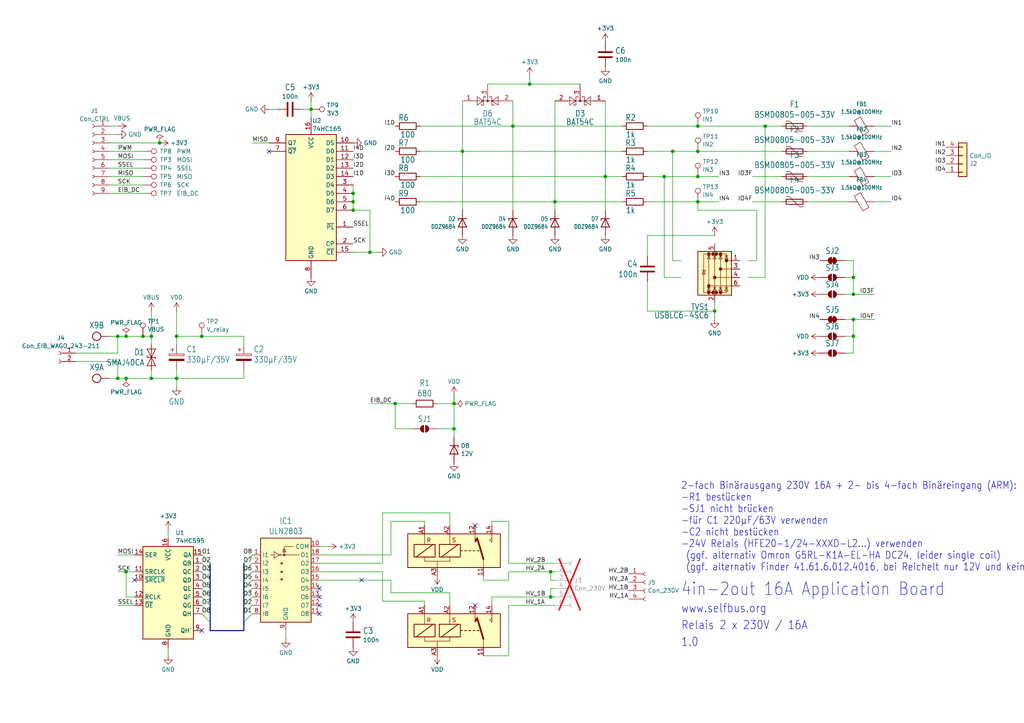
<source format=kicad_sch>
(kicad_sch (version 20231120) (generator "eeschema") (generator_version "8.0")
  (paper "User" 309.347 218.491)
  (junction (at 106.68 60.96))
  (junction (at 257.81 88.9))
  (junction (at 48.26 43.18))
  (junction (at 210.82 38.1))
  (junction (at 210.82 60.96))
  (junction (at 111.76 76.2))
  (junction (at 166.37 180.34))
  (junction (at 119.38 121.92))
  (junction (at 35.56 101.6))
  (junction (at 106.68 58.42))
  (junction (at 45.72 101.6))
  (junction (at 38.1 101.6))
  (junction (at 38.1 172.72))
  (junction (at 257.81 101.6))
  (junction (at 200.66 53.34))
  (junction (at 45.72 114.3))
  (junction (at 210.82 53.34))
  (junction (at 166.37 172.72))
  (junction (at 53.34 101.6))
  (junction (at 137.16 121.92))
  (junction (at 139.7 45.72))
  (junction (at 160.02 25.4))
  (junction (at 203.2 45.72))
  (junction (at 93.98 33.02))
  (junction (at 43.18 101.6))
  (junction (at 231.14 38.1))
  (junction (at 210.82 45.72))
  (junction (at 257.81 96.52))
  (junction (at 35.56 114.3))
  (junction (at 106.68 63.5))
  (junction (at 60.96 101.6))
  (junction (at 167.64 60.96))
  (junction (at 257.81 83.82))
  (junction (at 137.16 129.54))
  (junction (at 38.1 114.3))
  (junction (at 154.94 38.1))
  (junction (at 215.9 93.98))
  (junction (at 182.88 53.34))
  (junction (at 53.34 114.3))
  (no_connect (at 81.28 45.72))
  (no_connect (at 96.52 185.42))
  (no_connect (at 143.51 182.88))
  (no_connect (at 96.52 180.34))
  (no_connect (at 96.52 182.88))
  (no_connect (at 40.64 175.26))
  (no_connect (at 143.51 158.75))
  (no_connect (at 109.22 175.26))
  (no_connect (at 60.96 190.5))
  (no_connect (at 96.52 177.8))
  (bus_entry (at 73.66 175.26) (size 2.54 -2.54))
  (bus_entry (at 60.96 175.26) (size 2.54 2.54))
  (bus_entry (at 60.96 182.88) (size 2.54 2.54))
  (bus_entry (at 60.96 177.8) (size 2.54 2.54))
  (bus_entry (at 73.66 187.96) (size 2.54 -2.54))
  (bus_entry (at 73.66 185.42) (size 2.54 -2.54))
  (bus_entry (at 60.96 172.72) (size 2.54 2.54))
  (bus_entry (at 60.96 180.34) (size 2.54 2.54))
  (bus_entry (at 60.96 170.18) (size 2.54 2.54))
  (bus_entry (at 60.96 185.42) (size 2.54 2.54))
  (bus_entry (at 73.66 170.18) (size 2.54 -2.54))
  (bus_entry (at 73.66 182.88) (size 2.54 -2.54))
  (bus_entry (at 73.66 180.34) (size 2.54 -2.54))
  (bus_entry (at 60.96 167.64) (size 2.54 2.54))
  (bus_entry (at 73.66 172.72) (size 2.54 -2.54))
  (bus_entry (at 73.66 177.8) (size 2.54 -2.54))
  (wire (pts (xy 146.05 198.12) (xy 153.67 198.12)))
  (wire (pts (xy 167.64 30.48) (xy 167.64 60.96)) (stroke (width 0.1524)))
  (wire (pts (xy 257.81 78.74) (xy 257.81 83.82)))
  (wire (pts (xy 210.82 53.34) (xy 217.17 53.34)) (stroke (width 0.1524)))
  (wire (pts (xy 119.38 129.54) (xy 124.46 129.54)))
  (bus (pts (xy 73.66 185.42) (xy 73.66 182.88)))
  (wire (pts (xy 154.94 30.48) (xy 154.94 38.1)))
  (bus (pts (xy 63.5 175.26) (xy 63.5 177.8)))
  (wire (pts (xy 139.7 45.72) (xy 139.7 63.5)) (stroke (width 0.1524)))
  (wire (pts (xy 33.02 38.1) (xy 35.56 38.1)))
  (wire (pts (xy 33.02 53.34) (xy 43.18 53.34)))
  (wire (pts (xy 35.56 167.64) (xy 40.64 167.64)))
  (wire (pts (xy 166.37 172.72) (xy 166.37 175.26)))
  (wire (pts (xy 45.72 111.76) (xy 45.72 114.3)) (stroke (width 0.1524)))
  (wire (pts (xy 33.02 50.8) (xy 43.18 50.8)))
  (wire (pts (xy 160.02 25.4) (xy 147.32 25.4)) (stroke (width 0.1524)))
  (wire (pts (xy 243.84 60.96) (xy 256.54 60.96)) (stroke (width 0.1524)))
  (wire (pts (xy 182.88 53.34) (xy 127 53.34)) (stroke (width 0.1524)))
  (wire (pts (xy 53.34 101.6) (xy 60.96 101.6)) (stroke (width 0.1524)))
  (wire (pts (xy 154.94 38.1) (xy 187.96 38.1)) (stroke (width 0.1524)))
  (wire (pts (xy 257.81 88.9) (xy 264.16 88.9)))
  (wire (pts (xy 86.36 193.04) (xy 86.36 190.5)))
  (wire (pts (xy 269.24 60.96) (xy 264.16 60.96)) (stroke (width 0.1524)))
  (wire (pts (xy 255.27 78.74) (xy 257.81 78.74)))
  (wire (pts (xy 195.58 38.1) (xy 210.82 38.1)) (stroke (width 0.1524)))
  (wire (pts (xy 50.8 198.12) (xy 50.8 195.58)))
  (wire (pts (xy 148.59 158.75) (xy 148.59 157.48)))
  (bus (pts (xy 63.5 180.34) (xy 63.5 182.88)))
  (wire (pts (xy 243.84 45.72) (xy 256.54 45.72)) (stroke (width 0.1524)))
  (bus (pts (xy 73.66 187.96) (xy 73.66 190.5)))
  (wire (pts (xy 33.02 101.6) (xy 35.56 101.6)) (stroke (width 0.1524)))
  (wire (pts (xy 167.64 63.5) (xy 167.64 60.96)) (stroke (width 0.1524)))
  (wire (pts (xy 81.28 33.02) (xy 83.82 33.02)))
  (bus (pts (xy 63.5 187.96) (xy 63.5 190.5)))
  (wire (pts (xy 166.37 177.8) (xy 166.37 180.34)))
  (wire (pts (xy 106.68 63.5) (xy 111.76 63.5)))
  (wire (pts (xy 257.81 106.68) (xy 255.27 106.68)))
  (wire (pts (xy 45.72 114.3) (xy 53.34 114.3)) (stroke (width 0.1524)))
  (wire (pts (xy 146.05 175.26) (xy 146.05 173.99)))
  (wire (pts (xy 38.1 180.34) (xy 40.64 180.34)))
  (wire (pts (xy 35.56 109.22) (xy 35.56 114.3)))
  (wire (pts (xy 128.27 181.61) (xy 128.27 182.88)))
  (wire (pts (xy 153.67 172.72) (xy 153.67 175.26)))
  (wire (pts (xy 210.82 38.1) (xy 231.14 38.1)) (stroke (width 0.1524)))
  (wire (pts (xy 33.02 48.26) (xy 43.18 48.26)))
  (wire (pts (xy 60.96 101.6) (xy 73.66 101.6)) (stroke (width 0.1524)))
  (bus (pts (xy 63.5 177.8) (xy 63.5 180.34)))
  (bus (pts (xy 73.66 182.88) (xy 73.66 180.34)))
  (wire (pts (xy 154.94 38.1) (xy 154.94 63.5)))
  (wire (pts (xy 148.59 180.34) (xy 166.37 180.34)))
  (wire (pts (xy 53.34 101.6) (xy 53.34 104.14)) (stroke (width 0.1524)))
  (wire (pts (xy 195.58 60.96) (xy 210.82 60.96)) (stroke (width 0.1524)))
  (wire (pts (xy 137.16 129.54) (xy 137.16 132.08)) (stroke (width 0.1524)))
  (wire (pts (xy 115.57 172.72) (xy 115.57 181.61)))
  (wire (pts (xy 255.27 101.6) (xy 257.81 101.6)))
  (wire (pts (xy 257.81 83.82) (xy 257.81 88.9)))
  (wire (pts (xy 128.27 157.48) (xy 128.27 158.75)))
  (wire (pts (xy 135.89 179.07) (xy 118.11 179.07)))
  (wire (pts (xy 226.06 83.82) (xy 231.14 83.82)))
  (wire (pts (xy 135.89 158.75) (xy 135.89 154.94)))
  (wire (pts (xy 243.84 53.34) (xy 256.54 53.34)) (stroke (width 0.1524)))
  (wire (pts (xy 198.12 53.34) (xy 195.58 53.34)))
  (wire (pts (xy 195.58 71.12) (xy 195.58 77.47)))
  (bus (pts (xy 73.66 172.72) (xy 73.66 175.26)))
  (wire (pts (xy 148.59 157.48) (xy 153.67 157.48)))
  (wire (pts (xy 243.84 38.1) (xy 256.54 38.1)) (stroke (width 0.1524)))
  (wire (pts (xy 35.56 106.68) (xy 22.86 106.68)))
  (wire (pts (xy 215.9 96.52) (xy 215.9 93.98)))
  (wire (pts (xy 182.88 53.34) (xy 182.88 63.5)) (stroke (width 0.1524)))
  (wire (pts (xy 228.6 63.5) (xy 210.82 63.5)) (stroke (width 0.1524)))
  (wire (pts (xy 35.56 182.88) (xy 40.64 182.88)))
  (wire (pts (xy 175.26 25.4) (xy 160.02 25.4)) (stroke (width 0.1524)))
  (wire (pts (xy 139.7 45.72) (xy 187.96 45.72)) (stroke (width 0.1524)))
  (wire (pts (xy 38.1 114.3) (xy 45.72 114.3)) (stroke (width 0.1524)))
  (wire (pts (xy 114.3 76.2) (xy 111.76 76.2)))
  (wire (pts (xy 137.16 121.92) (xy 137.16 129.54)) (stroke (width 0.1524)))
  (wire (pts (xy 257.81 101.6) (xy 257.81 106.68)))
  (wire (pts (xy 166.37 172.72) (xy 167.64 172.72)))
  (wire (pts (xy 50.8 160.02) (xy 50.8 162.56)))
  (wire (pts (xy 200.66 83.82) (xy 205.74 83.82)) (stroke (width 0.1524)))
  (wire (pts (xy 22.86 109.22) (xy 35.56 109.22)))
  (wire (pts (xy 45.72 101.6) (xy 43.18 101.6)) (stroke (width 0.1524)))
  (wire (pts (xy 187.96 60.96) (xy 167.64 60.96)) (stroke (width 0.1524)))
  (wire (pts (xy 33.02 114.3) (xy 35.56 114.3)) (stroke (width 0.1524)))
  (wire (pts (xy 33.02 45.72) (xy 43.18 45.72)))
  (wire (pts (xy 166.37 175.26) (xy 167.64 175.26)))
  (wire (pts (xy 38.1 172.72) (xy 38.1 180.34)))
  (wire (pts (xy 200.66 53.34) (xy 210.82 53.34)) (stroke (width 0.1524)))
  (wire (pts (xy 167.64 177.8) (xy 166.37 177.8)))
  (wire (pts (xy 96.52 167.64) (xy 118.11 167.64)))
  (wire (pts (xy 200.66 53.34) (xy 200.66 83.82)) (stroke (width 0.1524)))
  (wire (pts (xy 135.89 182.88) (xy 135.89 179.07)))
  (wire (pts (xy 264.16 38.1) (xy 269.24 38.1)) (stroke (width 0.1524)))
  (wire (pts (xy 111.76 63.5) (xy 111.76 76.2)))
  (wire (pts (xy 93.98 30.48) (xy 93.98 33.02)))
  (wire (pts (xy 127 45.72) (xy 139.7 45.72)) (stroke (width 0.1524)))
  (wire (pts (xy 33.02 43.18) (xy 48.26 43.18)))
  (wire (pts (xy 91.44 33.02) (xy 93.98 33.02)))
  (wire (pts (xy 35.56 101.6) (xy 38.1 101.6)) (stroke (width 0.1524)))
  (wire (pts (xy 264.16 45.72) (xy 269.24 45.72)) (stroke (width 0.1524)))
  (wire (pts (xy 106.68 58.42) (xy 106.68 60.96)))
  (wire (pts (xy 115.57 170.18) (xy 96.52 170.18)))
  (wire (pts (xy 231.14 38.1) (xy 231.14 83.82)))
  (wire (pts (xy 210.82 63.5) (xy 210.82 60.96)) (stroke (width 0.1524)))
  (wire (pts (xy 257.81 96.52) (xy 257.81 101.6)))
  (wire (pts (xy 35.56 40.64) (xy 33.02 40.64)))
  (wire (pts (xy 203.2 45.72) (xy 203.2 78.74)) (stroke (width 0.1524)))
  (wire (pts (xy 264.16 96.52) (xy 257.81 96.52)))
  (wire (pts (xy 118.11 179.07) (xy 118.11 175.26)))
  (wire (pts (xy 53.34 111.76) (xy 53.34 114.3)) (stroke (width 0.1524)))
  (wire (pts (xy 210.82 45.72) (xy 236.22 45.72)) (stroke (width 0.1524)))
  (wire (pts (xy 76.2 43.18) (xy 81.28 43.18)))
  (wire (pts (xy 35.56 172.72) (xy 38.1 172.72)))
  (wire (pts (xy 73.66 114.3) (xy 73.66 111.76)) (stroke (width 0.1524)))
  (wire (pts (xy 127 60.96) (xy 167.64 60.96)) (stroke (width 0.1524)))
  (wire (pts (xy 115.57 181.61) (xy 128.27 181.61)))
  (bus (pts (xy 63.5 190.5) (xy 73.66 190.5)))
  (bus (pts (xy 63.5 185.42) (xy 63.5 187.96)))
  (wire (pts (xy 215.9 93.98) (xy 215.9 91.44)))
  (bus (pts (xy 73.66 175.26) (xy 73.66 177.8)))
  (wire (pts (xy 35.56 101.6) (xy 35.56 106.68)))
  (bus (pts (xy 63.5 170.18) (xy 63.5 172.72)))
  (wire (pts (xy 35.56 101.6) (xy 38.1 101.6)))
  (wire (pts (xy 227.33 60.96) (xy 236.22 60.96)))
  (wire (pts (xy 195.58 85.09) (xy 195.58 93.98)))
  (wire (pts (xy 73.66 101.6) (xy 73.66 104.14)) (stroke (width 0.1524)))
  (wire (pts (xy 195.58 45.72) (xy 203.2 45.72)) (stroke (width 0.1524)))
  (wire (pts (xy 40.64 172.72) (xy 38.1 172.72)))
  (wire (pts (xy 33.02 55.88) (xy 43.18 55.88)))
  (bus (pts (xy 73.66 170.18) (xy 73.66 172.72)))
  (wire (pts (xy 127 38.1) (xy 154.94 38.1)) (stroke (width 0.1524)))
  (wire (pts (xy 45.72 101.6) (xy 45.72 93.98)) (stroke (width 0.1524)))
  (wire (pts (xy 33.02 101.6) (xy 35.56 101.6)))
  (wire (pts (xy 146.05 175.26) (xy 153.67 175.26)))
  (wire (pts (xy 111.76 121.92) (xy 119.38 121.92)) (stroke (width 0.1524)))
  (wire (pts (xy 106.68 55.88) (xy 106.68 58.42)))
  (wire (pts (xy 255.27 83.82) (xy 257.81 83.82)))
  (wire (pts (xy 153.67 170.18) (xy 167.64 170.18)))
  (wire (pts (xy 45.72 104.14) (xy 45.72 101.6)) (stroke (width 0.1524)))
  (bus (pts (xy 73.66 177.8) (xy 73.66 180.34)))
  (wire (pts (xy 43.18 101.6) (xy 38.1 101.6)) (stroke (width 0.1524)))
  (wire (pts (xy 264.16 53.34) (xy 269.24 53.34)) (stroke (width 0.1524)))
  (wire (pts (xy 257.81 88.9) (xy 255.27 88.9)))
  (wire (pts (xy 96.52 175.26) (xy 118.11 175.26)))
  (wire (pts (xy 203.2 78.74) (xy 205.74 78.74)) (stroke (width 0.1524)))
  (wire (pts (xy 132.08 121.92) (xy 137.16 121.92)))
  (wire (pts (xy 128.27 157.48) (xy 118.11 157.48)))
  (wire (pts (xy 132.08 129.54) (xy 137.16 129.54)) (stroke (width 0.1524)))
  (wire (pts (xy 255.27 96.52) (xy 257.81 96.52)))
  (wire (pts (xy 153.67 157.48) (xy 153.67 170.18)))
  (wire (pts (xy 227.33 53.34) (xy 236.22 53.34)))
  (wire (pts (xy 166.37 180.34) (xy 167.64 180.34)))
  (wire (pts (xy 53.34 93.98) (xy 53.34 101.6)) (stroke (width 0.1524)))
  (wire (pts (xy 53.34 114.3) (xy 53.34 116.84)) (stroke (width 0.1524)))
  (wire (pts (xy 153.67 172.72) (xy 166.37 172.72)))
  (wire (pts (xy 148.59 180.34) (xy 148.59 182.88)))
  (wire (pts (xy 111.76 76.2) (xy 106.68 76.2)))
  (wire (pts (xy 53.34 114.3) (xy 73.66 114.3)) (stroke (width 0.1524)))
  (wire (pts (xy 153.67 182.88) (xy 153.67 198.12)))
  (wire (pts (xy 160.02 22.86) (xy 160.02 25.4)) (stroke (width 0.1524)))
  (wire (pts (xy 228.6 78.74) (xy 228.6 63.5)) (stroke (width 0.1524)))
  (wire (pts (xy 135.89 154.94) (xy 115.57 154.94)))
  (wire (pts (xy 182.88 30.48) (xy 182.88 53.34)) (stroke (width 0.1524)))
  (wire (pts (xy 119.38 121.92) (xy 119.38 129.54)) (stroke (width 0.1524)))
  (wire (pts (xy 187.96 53.34) (xy 182.88 53.34)) (stroke (width 0.1524)))
  (wire (pts (xy 119.38 121.92) (xy 124.46 121.92)))
  (wire (pts (xy 153.67 182.88) (xy 167.64 182.88)))
  (bus (pts (xy 63.5 172.72) (xy 63.5 175.26)))
  (wire (pts (xy 215.9 71.12) (xy 195.58 71.12)))
  (wire (pts (xy 35.56 114.3) (xy 38.1 114.3)) (stroke (width 0.1524)))
  (wire (pts (xy 139.7 30.48) (xy 139.7 45.72)) (stroke (width 0.1524)))
  (wire (pts (xy 231.14 38.1) (xy 236.22 38.1)) (stroke (width 0.1524)))
  (wire (pts (xy 96.52 172.72) (xy 115.57 172.72)))
  (wire (pts (xy 118.11 157.48) (xy 118.11 167.64)))
  (wire (pts (xy 115.57 154.94) (xy 115.57 170.18)))
  (wire (pts (xy 228.6 78.74) (xy 226.06 78.74)) (stroke (width 0.1524)))
  (wire (pts (xy 96.52 165.1) (xy 99.06 165.1)))
  (wire (pts (xy 210.82 60.96) (xy 217.17 60.96)) (stroke (width 0.1524)))
  (bus (pts (xy 73.66 187.96) (xy 73.66 185.42)))
  (wire (pts (xy 106.68 60.96) (xy 106.68 63.5)))
  (wire (pts (xy 93.98 33.02) (xy 93.98 35.56)))
  (wire (pts (xy 215.9 93.98) (xy 195.58 93.98)))
  (wire (pts (xy 198.12 53.34) (xy 200.66 53.34)) (stroke (width 0.1524)))
  (wire (pts (xy 137.16 119.38) (xy 137.16 121.92)))
  (wire (pts (xy 137.16 119.38) (xy 137.16 121.92)) (stroke (width 0.1524)))
  (bus (pts (xy 63.5 182.88) (xy 63.5 185.42)))
  (wire (pts (xy 33.02 58.42) (xy 43.18 58.42)))
  (wire (pts (xy 203.2 45.72) (xy 210.82 45.72)) (stroke (width 0.1524)))
  (text "www.selfbus.org" (at 205.74 185.42 0) (effects (font (size 2.54 2.159)) (justify left bottom)))
  (text "4in-2out 16A Application Board" (at 205.74 180.34 0) (effects (font (size 3.81 3.2385)) (justify left bottom)))
  (text "1.0" (at 205.74 195.58 0) (effects (font (size 2.54 2.159)) (justify left bottom)))
  (text "2-fach Binärausgang 230V 16A + 2- bis 4-fach Binäreingang (ARM):\n-R1 bestücken\n-SJ1 nicht brücken\n-für C1 220µF/63V verwenden\n-C2 nicht bestücken\n-24V Relais (HFE20-1/24-XXXD-L2...) verwenden\n (ggf. alternativ Omron G5RL-K1A-EL-HA DC24, leider single coil)\n (ggf. alternativ Finder 41.61.6.012.4016, bei Reichelt nur 12V und kein high inrush)" (at 205.74 172.72 0) (effects (font (size 2.1844 1.8567)) (justify left bottom)))
  (text "Relais 2 x 230V / 16A" (at 205.74 190.5 0) (effects (font (size 2.54 2.159)) (justify left bottom)))
  (label "HV_2B" (at 158.75 170.18 0))
  (label "O5" (at 60.96 177.8 0))
  (label "SCK" (at 35.56 172.72 0))
  (label "HV_2B" (at 189.865 173.355 180))
  (label "I2D" (at 119.38 45.72 180))
  (label "IN4" (at 217.17 60.96 0))
  (label "O8" (at 76.2 167.64 180))
  (label "O4" (at 60.96 175.26 0))
  (label "O7" (at 76.2 170.18 180))
  (label "IO4F" (at 264.16 96.52 180))
  (label "I1D" (at 119.38 38.1 180))
  (label "EIB_DC" (at 111.76 121.92 0) (effects (font (size 1.2446 1.2446))))
  (label "IO4" (at 269.24 60.96 0) (effects (font (size 1.2446 1.2446))))
  (label "O8" (at 60.96 185.42 0))
  (label "O7" (at 60.96 182.88 0))
  (label "IO3" (at 269.24 53.34 0) (effects (font (size 1.2446 1.2446))))
  (label "O6" (at 76.2 172.72 180))
  (label "MOSI" (at 35.56 48.26 0))
  (label "SSEL" (at 35.56 182.88 0))
  (label "IO3F" (at 264.16 88.9 180))
  (label "MOSI" (at 35.56 167.64 0))
  (label "HV_2A" (at 158.75 172.72 0))
  (label "SSEL" (at 35.56 50.8 0))
  (label "SSEL" (at 106.68 68.58 0))
  (label "IN3" (at 217.17 53.34 0))
  (label "O1" (at 76.2 185.42 180))
  (label "O2" (at 76.2 182.88 180))
  (label "I3D" (at 106.68 48.26 0))
  (label "I4D" (at 106.68 45.72 0))
  (label "SCK" (at 106.68 73.66 0))
  (label "O2" (at 60.96 170.18 0))
  (label "MISO" (at 76.2 43.18 0))
  (label "IN4" (at 247.65 96.52 180) (effects (font (size 1.2446 1.2446))))
  (label "IN2" (at 285.75 46.99 180) (effects (font (size 1.2446 1.2446))))
  (label "O4" (at 76.2 177.8 180))
  (label "IO3F" (at 227.33 53.34 180))
  (label "HV_1A" (at 189.865 180.975 180))
  (label "O3" (at 76.2 180.34 180))
  (label "I4D" (at 119.38 60.96 180))
  (label "MISO" (at 35.56 53.34 0))
  (label "HV_1B" (at 158.75 180.34 0))
  (label "O6" (at 60.96 180.34 0))
  (label "IN2" (at 269.24 45.72 0) (effects (font (size 1.2446 1.2446))))
  (label "IN3" (at 247.65 78.74 180) (effects (font (size 1.2446 1.2446))))
  (label "O5" (at 76.2 175.26 180))
  (label "IO3" (at 285.75 49.53 180) (effects (font (size 1.2446 1.2446))))
  (label "HV_1A" (at 158.75 182.88 0))
  (label "HV_1B" (at 189.865 178.435 180))
  (label "HV_2A" (at 189.865 175.895 180))
  (label "O3" (at 60.96 172.72 0))
  (label "IN1" (at 285.75 44.45 180) (effects (font (size 1.2446 1.2446))))
  (label "IO4" (at 285.75 52.07 180) (effects (font (size 1.2446 1.2446))))
  (label "I1D" (at 106.68 53.34 0))
  (label "I3D" (at 119.38 53.34 180))
  (label "PWM" (at 35.56 45.72 0))
  (label "IN1" (at 269.24 38.1 0) (effects (font (size 1.2446 1.2446))))
  (label "EIB_DC" (at 35.56 58.42 0))
  (label "SCK" (at 35.56 55.88 0))
  (label "O1" (at 60.96 167.64 0))
  (label "IO4F" (at 227.33 60.96 180))
  (label "I2D" (at 106.68 50.8 0))
  (symbol (lib_id "Jumper:SolderJumper_2_Bridged") (at 251.46 96.52 0) (unit 1)
    (property "Reference" "SJ5" (at 251.46 93.5608 0) (effects (font (size 1.778 1.5113))))
    (property "Value" "IN4_INPUT" (effects (hide yes)))
    (property "Footprint" "Jumper:SolderJumper-2_P1.3mm_Open_Pad1.0x1.5mm" (effects (hide yes)))
    (property "Description" "Solder Jumper, 2-pole, closed/bridged" (effects (hide yes)))
  )
  (symbol (lib_id "Connector:TestPoint") (at 43.18 53.34 270) (unit 1)
    (property "Reference" "TP5" (at 48.26 53.34 90) (effects (justify left)))
    (property "Value" "MISO" (at 53.34 53.34 90) (effects (justify left)))
    (property "Footprint" "TestPoint:TestPoint_Pad_D1.5mm" (effects (hide yes)))
    (property "Description" "test point" (effects (hide yes)))
  )
  (symbol (lib_id "power:PWR_FLAG") (at 38.1 114.3 180) (unit 1)
    (property "Reference" "#FLG03" (effects (hide yes)))
    (property "Value" "PWR_FLAG" (at 38.1 118.4331 0))
    (property "Description" "Special symbol for telling ERC where power comes from" (effects (hide yes)))
  )
  (symbol (lib_id "Device:R") (at 191.77 60.96 270) (mirror x) (unit 1)
    (property "Reference" "R5" (at 190.5 58.42 90) (effects (font (size 1.778 1.5113))))
    (property "Value" "1k" (at 190.5 63.5 90) (effects (font (size 1.778 1.5113))))
    (property "Footprint" "Resistor_SMD:R_0805_2012Metric" (effects (hide yes)))
    (property "Description" "Resistor" (effects (hide yes)))
  )
  (symbol (lib_id "power:+3V3") (at 48.26 43.18 270) (unit 1)
    (property "Reference" "#PWR08" (effects (hide yes)))
    (property "Value" "+3V3" (at 51.435 43.18 90) (effects (justify left)))
    (property "Description" "Power symbol creates a global label with name \"+3V3\"" (effects (hide yes)))
  )
  (symbol (lib_id "Device:D_Zener") (at 182.88 67.31 90) (mirror x) (unit 1)
    (property "Reference" "D7" (at 180.848 66.1397 90) (effects (font (size 1.27 1.0795)) (justify left)))
    (property "Value" "DDZ9684" (at 180.848 68.4802 90) (effects (font (size 1.27 1.0795)) (justify left)))
    (property "Footprint" "Diode_SMD:D_SOD-123" (effects (hide yes)))
    (property "Description" "Zener diode" (effects (hide yes)))
  )
  (symbol (lib_id "power:+3V3") (at 106.68 187.96 0) (unit 1)
    (property "Reference" "#PWR011" (effects (hide yes)))
    (property "Value" "+3V3" (at 106.68 183.8269 0))
    (property "Description" "Power symbol creates a global label with name \"+3V3\"" (effects (hide yes)))
  )
  (symbol (lib_id "power:GND") (at 139.7 71.12 0) (mirror y) (unit 1)
    (property "Reference" "#PWR016" (effects (hide yes)))
    (property "Value" "GND" (at 139.7 75.2531 0))
    (property "Description" "Power symbol creates a global label with name \"GND\" , ground" (effects (hide yes)))
  )
  (symbol (lib_id "power:GND") (at 114.3 76.2 90) (unit 1)
    (property "Reference" "#PWR020" (effects (hide yes)))
    (property "Value" "GND" (at 117.475 76.2 90) (effects (justify right)))
    (property "Description" "Power symbol creates a global label with name \"GND\" , ground" (effects (hide yes)))
  )
  (symbol (lib_id "Connector:TestPoint") (at 210.82 45.72 0) (unit 1)
    (property "Reference" "TP11" (at 212.217 41.2059 0) (effects (justify left)))
    (property "Value" "IN2" (at 212.217 43.6301 0) (effects (justify left)))
    (property "Footprint" "TestPoint:TestPoint_Pad_D1.0mm" (effects (hide yes)))
    (property "Description" "test point" (effects (hide yes)))
  )
  (symbol (lib_id "power:+3V3") (at 99.06 165.1 270) (unit 1)
    (property "Reference" "#PWR02" (effects (hide yes)))
    (property "Value" "+3V3" (at 102.235 165.1 90) (effects (justify left)))
    (property "Description" "Power symbol creates a global label with name \"+3V3\"" (effects (hide yes)))
  )
  (symbol (lib_id "Device:R") (at 128.27 121.92 90) (unit 1)
    (property "Reference" "R1" (at 128.27 115.7094 90) (effects (font (size 1.778 1.5113))))
    (property "Value" "680" (at 128.27 118.8338 90) (effects (font (size 1.778 1.5113))))
    (property "Footprint" "Resistor_SMD:R_1206_3216Metric" (effects (hide yes)))
    (property "Description" "Resistor" (effects (hide yes)))
  )
  (symbol (lib_id "power:GND") (at 81.28 33.02 270) (unit 1)
    (property "Reference" "#PWR022" (effects (hide yes)))
    (property "Value" "GND" (at 78.1051 33.02 90) (effects (justify right)))
    (property "Description" "Power symbol creates a global label with name \"GND\" , ground" (effects (hide yes)))
  )
  (symbol (lib_id "power:GND") (at 50.8 198.12 0) (unit 1)
    (property "Reference" "#PWR01" (effects (hide yes)))
    (property "Value" "GND" (at 50.8 202.2531 0))
    (property "Description" "Power symbol creates a global label with name \"GND\" , ground" (effects (hide yes)))
  )
  (symbol (lib_id "power:PWR_FLAG") (at 137.16 121.92 270) (unit 1)
    (property "Reference" "#FLG04" (effects (hide yes)))
    (property "Value" "PWR_FLAG" (at 140.335 121.92 90) (effects (justify left)))
    (property "Description" "Special symbol for telling ERC where power comes from" (effects (hide yes)))
  )
  (symbol (lib_id "power:VDD") (at 137.16 119.38 0) (unit 1)
    (property "Reference" "#PWR010" (effects (hide yes)))
    (property "Value" "VDD" (at 137.16 115.2469 0))
    (property "Description" "Power symbol creates a global label with name \"VDD\"" (effects (hide yes)))
  )
  (symbol (lib_id "power:+3V3") (at 93.98 30.48 0) (unit 1)
    (property "Reference" "#PWR021" (effects (hide yes)))
    (property "Value" "+3V3" (at 93.98 26.3469 0))
    (property "Description" "Power symbol creates a global label with name \"+3V3\"" (effects (hide yes)))
  )
  (symbol (lib_id "Connector:TestPoint") (at 210.82 38.1 0) (unit 1)
    (property "Reference" "TP10" (at 212.217 33.5859 0) (effects (justify left)))
    (property "Value" "IN1" (at 212.217 36.0101 0) (effects (justify left)))
    (property "Footprint" "TestPoint:TestPoint_Pad_D1.0mm" (effects (hide yes)))
    (property "Description" "test point" (effects (hide yes)))
  )
  (symbol (lib_id "Device:D_Zener") (at 137.16 135.89 270) (unit 1)
    (property "Reference" "D8" (at 139.192 134.6779 90) (effects (justify left)))
    (property "Value" "12V" (at 139.192 137.1021 90) (effects (justify left)))
    (property "Footprint" "Diode_SMD:D_MiniMELF" (effects (hide yes)))
    (property "Description" "Zener diode" (effects (hide yes)))
  )
  (symbol (lib_id "Device:R") (at 123.19 60.96 90) (mirror x) (unit 1)
    (property "Reference" "R9" (at 121.92 58.42 90) (effects (font (size 1.778 1.5113))))
    (property "Value" "100" (at 123.19 63.5 90) (effects (font (size 1.778 1.5113))))
    (property "Footprint" "Resistor_SMD:R_0805_2012Metric" (effects (hide yes)))
    (property "Description" "Resistor" (effects (hide yes)))
  )
  (symbol (lib_id "Connector:TestPoint") (at 43.18 55.88 270) (unit 1)
    (property "Reference" "TP6" (at 48.26 55.88 90) (effects (justify left)))
    (property "Value" "SCK" (at 53.34 55.88 90) (effects (justify left)))
    (property "Footprint" "TestPoint:TestPoint_Pad_D1.5mm" (effects (hide yes)))
    (property "Description" "test point" (effects (hide yes)))
  )
  (symbol (lib_id "Device:Polyfuse") (at 240.03 53.34 90) (mirror x) (unit 1)
    (property "Reference" "F3" (at 240.03 46.7484 90) (effects (font (size 1.778 1.5113))))
    (property "Value" "BSMD0805-005-33V" (at 240.03 49.8728 90) (effects (font (size 1.778 1.5113))))
    (property "Footprint" "Fuse:Fuse_0805_2012Metric" (effects (hide yes)))
    (property "Description" "Resettable fuse, polymeric positive temperature coefficient" (effects (hide yes)))
  )
  (symbol (lib_id "Device:R") (at 123.19 38.1 270) (mirror x) (unit 1)
    (property "Reference" "R6" (at 121.92 35.56 90) (effects (font (size 1.778 1.5113))))
    (property "Value" "100" (at 123.19 40.64 90) (effects (font (size 1.778 1.5113))))
    (property "Footprint" "Resistor_SMD:R_0805_2012Metric" (effects (hide yes)))
    (property "Description" "Resistor" (effects (hide yes)))
  )
  (symbol (lib_id "Device:Polyfuse") (at 240.03 38.1 90) (mirror x) (unit 1)
    (property "Reference" "F1" (at 240.03 31.5084 90) (effects (font (size 1.778 1.5113))))
    (property "Value" "BSMD0805-005-33V" (at 240.03 34.6328 90) (effects (font (size 1.778 1.5113))))
    (property "Footprint" "Fuse:Fuse_0805_2012Metric" (effects (hide yes)))
    (property "Description" "Resettable fuse, polymeric positive temperature coefficient" (effects (hide yes)))
  )
  (symbol (lib_id "Diode:BAT54C") (at 147.32 30.48 0) (mirror x) (unit 1)
    (property "Reference" "D6" (at 147.32 34.29 0) (effects (font (size 1.778 1.5113))))
    (property "Value" "BAT54C" (at 147.32 36.83 0) (effects (font (size 1.778 1.5113))))
    (property "Footprint" "Package_TO_SOT_SMD:SOT-23" (effects (hide yes)))
    (property "Datasheet" "http://www.diodes.com/_files/datasheets/ds11005.pdf" (effects (hide yes)))
    (property "Description" "dual schottky barrier diode, common cathode" (effects (hide yes)))
  )
  (symbol (lib_id "Device:D_Zener") (at 139.7 67.31 90) (mirror x) (unit 1)
    (property "Reference" "D2" (at 137.668 66.1397 90) (effects (font (size 1.27 1.0795)) (justify left)))
    (property "Value" "DDZ9684" (at 137.668 68.4802 90) (effects (font (size 1.27 1.0795)) (justify left)))
    (property "Footprint" "Diode_SMD:D_SOD-123" (effects (hide yes)))
    (property "Description" "Zener diode" (effects (hide yes)))
  )
  (symbol (lib_id "74xx:74HC165") (at 93.98 58.42 0) (mirror y) (unit 1)
    (property "Reference" "U2" (at 94.3259 36.4957 0) (effects (justify right)))
    (property "Value" "74HC165" (at 94.3259 38.9199 0) (effects (justify right)))
    (property "Footprint" "Package_SO:SO-16_3.9x9.9mm_P1.27mm" (effects (hide yes)))
    (property "Datasheet" "https://assets.nexperia.com/documents/data-sheet/74HC_HCT165.pdf" (effects (hide yes)))
    (property "Description" "Shift Register, 8-bit, Parallel Load" (effects (hide yes)))
  )
  (symbol (lib_id "Device:C") (at 195.58 81.28 0) (mirror x) (unit 1)
    (property "Reference" "C4" (at 192.659 79.7178 0) (effects (font (size 1.778 1.5113)) (justify right)))
    (property "Value" "100n" (at 192.659 82.8422 0) (effects (font (size 1.778 1.5113)) (justify right)))
    (property "Footprint" "Capacitor_SMD:C_0805_2012Metric" (effects (hide yes)))
    (property "Description" "Unpolarized capacitor" (effects (hide yes)))
  )
  (symbol (lib_id "Device:FerriteBead") (at 260.35 53.34 90) (mirror x) (unit 1)
    (property "Reference" "FB3" (at 260.2992 46.6796 90) (effects (font (size 1.27 1.0795))))
    (property "Value" "1.5kΩ@100MHz" (at 260.2992 49.0201 90) (effects (font (size 1.27 1.0795))))
    (property "Footprint" "Inductor_SMD:L_0805_2012Metric" (effects (hide yes)))
    (property "Description" "Ferrite bead" (effects (hide yes)))
  )
  (symbol (lib_id "power:GND") (at 215.9 96.52 0) (mirror y) (unit 1)
    (property "Reference" "#PWR012" (effects (hide yes)))
    (property "Value" "GND" (at 215.9 100.6531 0))
    (property "Description" "Power symbol creates a global label with name \"GND\" , ground" (effects (hide yes)))
  )
  (symbol (lib_id "power:+3V3") (at 247.65 88.9 90) (unit 1)
    (property "Reference" "#PWR026" (effects (hide yes)))
    (property "Value" "+3V3" (at 244.475 88.9 90) (effects (justify left)))
    (property "Description" "Power symbol creates a global label with name \"+3V3\"" (effects (hide yes)))
  )
  (symbol (lib_id "power:GND") (at 182.88 71.12 0) (mirror y) (unit 1)
    (property "Reference" "#PWR013" (effects (hide yes)))
    (property "Value" "GND" (at 182.88 75.2531 0))
    (property "Description" "Power symbol creates a global label with name \"GND\" , ground" (effects (hide yes)))
  )
  (symbol (lib_id "Transistor_Array:ULN2803A") (at 86.36 172.72 0) (unit 1)
    (property "Reference" "IC1" (at 86.36 157.3654 0) (effects (font (size 1.778 1.5113))))
    (property "Value" "ULN2803" (at 86.36 160.4898 0) (effects (font (size 1.778 1.5113))))
    (property "Footprint" "Package_SO:SOIC-18W_7.5x11.6mm_P1.27mm" (effects (hide yes)))
    (property "Datasheet" "http://www.ti.com/lit/ds/symlink/uln2803a.pdf" (effects (hide yes)))
    (property "Description" "Darlington Transistor Arrays, SOIC18/DIP18" (effects (hide yes)))
  )
  (symbol (lib_id "Device:FerriteBead") (at 260.35 45.72 90) (mirror x) (unit 1)
    (property "Reference" "FB2" (at 260.2992 39.0596 90) (effects (font (size 1.27 1.0795))))
    (property "Value" "1.5kΩ@100MHz" (at 260.2992 41.4001 90) (effects (font (size 1.27 1.0795))))
    (property "Footprint" "Inductor_SMD:L_0805_2012Metric" (effects (hide yes)))
    (property "Description" "Ferrite bead" (effects (hide yes)))
  )
  (symbol (lib_id "Jumper:SolderJumper_2_Open") (at 251.46 83.82 0) (unit 1)
    (property "Reference" "SJ3" (at 251.46 80.8608 0) (effects (font (size 1.778 1.5113))))
    (property "Value" "IN3_VDD" (effects (hide yes)))
    (property "Footprint" "Jumper:SolderJumper-2_P1.3mm_Open_Pad1.0x1.5mm" (effects (hide yes)))
    (property "Description" "Solder Jumper, 2-pole, open" (effects (hide yes)))
  )
  (symbol (lib_id "Connector:TestPoint") (at 43.18 50.8 270) (unit 1)
    (property "Reference" "TP4" (at 48.26 50.8 90) (effects (justify left)))
    (property "Value" "SSEL" (at 53.34 50.8 90) (effects (justify left)))
    (property "Footprint" "TestPoint:TestPoint_Pad_D1.5mm" (effects (hide yes)))
    (property "Description" "test point" (effects (hide yes)))
  )
  (symbol (lib_id "power:+3V3") (at 247.65 106.68 90) (unit 1)
    (property "Reference" "#PWR028" (effects (hide yes)))
    (property "Value" "+3V3" (at 244.475 106.68 90) (effects (justify left)))
    (property "Description" "Power symbol creates a global label with name \"+3V3\"" (effects (hide yes)))
  )
  (symbol (lib_id "Power_Protection:USBLC6-4SC6") (at 215.9 81.28 0) (mirror y) (unit 1)
    (property "Reference" "TVS1" (at 214.2489 92.71 0) (effects (font (size 1.778 1.5113)) (justify left)))
    (property "Value" "USBLC6-4SC6" (at 214.2489 95.25 0) (effects (font (size 1.778 1.5113)) (justify left)))
    (property "Footprint" "Package_TO_SOT_SMD:SOT-23-6" (effects (hide yes)))
    (property "Datasheet" "https://www.st.com/resource/en/datasheet/usblc6-4.pdf" (effects (hide yes)))
    (property "Description" "Very low capacitance ESD protection diode, 4 data-line, SOT-23-6" (effects (hide yes)))
  )
  (symbol (lib_id "selfbus:W237-102") (at 27.94 101.6 0) (unit 2)
    (property "Reference" "X9" (at 29.21 98.2598 0) (effects (font (size 1.778 1.5113))))
    (property "Value" "W237-102" (effects (hide yes)))
    (property "Footprint" "selfbus:W237-102" (effects (hide yes)))
  )
  (symbol (lib_id "selfbus:W237-102") (at 27.94 114.3 0) (unit 1)
    (property "Reference" "X9" (at 29.21 110.9598 0) (effects (font (size 1.778 1.5113))))
    (property "Value" "W237-102" (effects (hide yes)))
    (property "Footprint" "selfbus:W237-102" (effects (hide yes)))
  )
  (symbol (lib_id "Device:C_Polarized") (at 73.66 107.95 0) (unit 1)
    (property "Reference" "C2" (at 76.581 105.4988 0) (effects (font (size 1.778 1.5113)) (justify left)))
    (property "Value" "330µF/35V" (at 76.581 108.6232 0) (effects (font (size 1.778 1.5113)) (justify left)))
    (property "Footprint" "Capacitor_THT:CP_Radial_D8.0mm_P3.50mm" (effects (hide yes)))
    (property "Description" "Polarized capacitor" (effects (hide yes)))
  )
  (symbol (lib_id "power:PWR_FLAG") (at 48.26 43.18 0) (unit 1)
    (property "Reference" "#FLG02" (effects (hide yes)))
    (property "Value" "PWR_FLAG" (at 48.26 39.0469 0))
    (property "Description" "Special symbol for telling ERC where power comes from" (effects (hide yes)))
  )
  (symbol (lib_id "Device:FerriteBead") (at 260.35 38.1 90) (mirror x) (unit 1)
    (property "Reference" "FB1" (at 260.2992 31.4396 90) (effects (font (size 1.27 1.0795))))
    (property "Value" "1.5kΩ@100MHz" (at 260.2992 33.7801 90) (effects (font (size 1.27 1.0795))))
    (property "Footprint" "Inductor_SMD:L_0805_2012Metric" (effects (hide yes)))
    (property "Description" "Ferrite bead" (effects (hide yes)))
  )
  (symbol (lib_id "Jumper:SolderJumper_2_Open") (at 251.46 88.9 0) (unit 1)
    (property "Reference" "SJ4" (at 251.46 85.9408 0) (effects (font (size 1.778 1.5113))))
    (property "Value" "IN3_3V3" (effects (hide yes)))
    (property "Footprint" "Jumper:SolderJumper-2_P1.3mm_Open_Pad1.0x1.5mm" (effects (hide yes)))
    (property "Description" "Solder Jumper, 2-pole, open" (effects (hide yes)))
  )
  (symbol (lib_id "Device:R") (at 123.19 53.34 270) (mirror x) (unit 1)
    (property "Reference" "R8" (at 121.92 50.8 90) (effects (font (size 1.778 1.5113))))
    (property "Value" "100" (at 123.19 55.88 90) (effects (font (size 1.778 1.5113))))
    (property "Footprint" "Resistor_SMD:R_0805_2012Metric" (effects (hide yes)))
    (property "Description" "Resistor" (effects (hide yes)))
  )
  (symbol (lib_id "power:+3V3") (at 215.9 71.12 0) (mirror y) (unit 1)
    (property "Reference" "#PWR018" (effects (hide yes)))
    (property "Value" "+3V3" (at 215.9 66.9869 0))
    (property "Description" "Power symbol creates a global label with name \"+3V3\"" (effects (hide yes)))
  )
  (symbol (lib_id "Device:R") (at 123.19 45.72 270) (mirror x) (unit 1)
    (property "Reference" "R7" (at 121.92 43.18 90) (effects (font (size 1.778 1.5113))))
    (property "Value" "100" (at 123.19 48.26 90) (effects (font (size 1.778 1.5113))))
    (property "Footprint" "Resistor_SMD:R_0805_2012Metric" (effects (hide yes)))
    (property "Description" "Resistor" (effects (hide yes)))
  )
  (symbol (lib_id "Jumper:SolderJumper_2_Bridged") (at 251.46 78.74 0) (unit 1)
    (property "Reference" "SJ2" (at 251.46 75.7808 0) (effects (font (size 1.778 1.5113))))
    (property "Value" "IN3_INPUT" (effects (hide yes)))
    (property "Footprint" "Jumper:SolderJumper-2_P1.3mm_Open_Pad1.0x1.5mm" (effects (hide yes)))
    (property "Description" "Solder Jumper, 2-pole, closed/bridged" (effects (hide yes)))
  )
  (symbol (lib_id "power:GND") (at 167.64 71.12 0) (mirror y) (unit 1)
    (property "Reference" "#PWR014" (effects (hide yes)))
    (property "Value" "GND" (at 167.64 75.2531 0))
    (property "Description" "Power symbol creates a global label with name \"GND\" , ground" (effects (hide yes)))
  )
  (symbol (lib_id "power:PWR_FLAG") (at 38.1 101.6 0) (unit 1)
    (property "Reference" "#FLG01" (effects (hide yes)))
    (property "Value" "PWR_FLAG" (at 38.1 97.4669 0))
    (property "Description" "Special symbol for telling ERC where power comes from" (effects (hide yes)))
  )
  (symbol (lib_id "Connector:Conn_01x04_Socket") (at 194.945 175.895 0) (unit 1)
    (property "Reference" "J5" (at 195.6562 175.9528 0) (effects (justify left)))
    (property "Value" "Con_230V" (at 195.6562 178.3771 0) (effects (justify left)))
    (property "Footprint" "selfbus:TerminalBlock_MetzConnect_Type701_RT11L03HGLU_1x04_P6.35mm_Horizontal" (effects (hide yes)))
    (property "Description" "Generic connector, single row, 01x04, script generated" (effects (hide yes)))
  )
  (symbol (lib_id "power:GND") (at 93.98 83.82 0) (unit 1)
    (property "Reference" "#PWR019" (effects (hide yes)))
    (property "Value" "GND" (at 93.98 87.9531 0))
    (property "Description" "Power symbol creates a global label with name \"GND\" , ground" (effects (hide yes)))
  )
  (symbol (lib_id "Device:C_Polarized") (at 53.34 107.95 0) (unit 1)
    (property "Reference" "C1" (at 56.261 105.4988 0) (effects (font (size 1.778 1.5113)) (justify left)))
    (property "Value" "330µF/35V" (at 56.261 108.6232 0) (effects (font (size 1.778 1.5113)) (justify left)))
    (property "Footprint" "Capacitor_THT:CP_Radial_D8.0mm_P3.50mm" (effects (hide yes)))
    (property "Description" "Polarized capacitor" (effects (hide yes)))
  )
  (symbol (lib_id "Device:D_Zener") (at 167.64 67.31 90) (mirror x) (unit 1)
    (property "Reference" "D5" (at 165.608 66.1397 90) (effects (font (size 1.27 1.0795)) (justify left)))
    (property "Value" "DDZ9684" (at 165.608 68.4802 90) (effects (font (size 1.27 1.0795)) (justify left)))
    (property "Footprint" "Diode_SMD:D_SOD-123" (effects (hide yes)))
    (property "Description" "Zener diode" (effects (hide yes)))
  )
  (symbol (lib_id "Jumper:SolderJumper_2_Open") (at 251.46 101.6 0) (unit 1)
    (property "Reference" "SJ6" (at 251.46 98.6408 0) (effects (font (size 1.778 1.5113))))
    (property "Value" "IN4_VDD" (effects (hide yes)))
    (property "Footprint" "Jumper:SolderJumper-2_P1.3mm_Open_Pad1.0x1.5mm" (effects (hide yes)))
    (property "Description" "Solder Jumper, 2-pole, open" (effects (hide yes)))
  )
  (symbol (lib_id "Jumper:SolderJumper_2_Open") (at 251.46 106.68 0) (unit 1)
    (property "Reference" "SJ7" (at 251.46 103.7208 0) (effects (font (size 1.778 1.5113))))
    (property "Value" "IN4_3V3" (effects (hide yes)))
    (property "Footprint" "Jumper:SolderJumper-2_P1.3mm_Open_Pad1.0x1.5mm" (effects (hide yes)))
    (property "Description" "Solder Jumper, 2-pole, open" (effects (hide yes)))
  )
  (symbol (lib_id "power:+3V3") (at 50.8 160.02 0) (unit 1)
    (property "Reference" "#PWR09" (effects (hide yes)))
    (property "Value" "+3V3" (at 50.8 155.8869 0))
    (property "Description" "Power symbol creates a global label with name \"+3V3\"" (effects (hide yes)))
  )
  (symbol (lib_id "Connector:TestPoint") (at 43.18 58.42 270) (unit 1)
    (property "Reference" "TP7" (at 48.26 58.42 90) (effects (justify left)))
    (property "Value" "EIB_DC" (at 53.34 58.42 90) (effects (justify left)))
    (property "Footprint" "TestPoint:TestPoint_Pad_D1.5mm" (effects (hide yes)))
    (property "Description" "test point" (effects (hide yes)))
  )
  (symbol (lib_id "power:GND") (at 106.68 43.18 90) (unit 1)
    (property "Reference" "#PWR023" (effects (hide yes)))
    (property "Value" "GND" (at 109.855 43.18 90) (effects (justify right)))
    (property "Description" "Power symbol creates a global label with name \"GND\" , ground" (effects (hide yes)))
  )
  (symbol (lib_id "power:+3V3") (at 160.02 22.86 0) (mirror y) (unit 1)
    (property "Reference" "#PWR017" (effects (hide yes)))
    (property "Value" "+3V3" (at 160.02 18.7269 0))
    (property "Description" "Power symbol creates a global label with name \"+3V3\"" (effects (hide yes)))
  )
  (symbol (lib_id "Device:C") (at 182.88 16.51 0) (unit 1)
    (property "Reference" "C6" (at 185.801 15.2979 0) (effects (font (size 1.778 1.5113)) (justify left)))
    (property "Value" "100n" (at 185.801 18.0722 0) (effects (justify left)))
    (property "Footprint" "Capacitor_SMD:C_0805_2012Metric" (effects (hide yes)))
    (property "Description" "Unpolarized capacitor" (effects (hide yes)))
  )
  (symbol (lib_id "Connector_Generic:Conn_01x04") (at 290.83 49.53 0) (mirror x) (unit 1)
    (property "Reference" "J2" (at 292.862 49.4721 0) (effects (justify left)))
    (property "Value" "Con_IO" (at 292.862 47.0479 0) (effects (justify left)))
    (property "Footprint" "TerminalBlock_Phoenix:TerminalBlock_Phoenix_PT-1,5-4-3.5-H_1x04_P3.50mm_Horizontal" (effects (hide yes)))
    (property "Description" "Generic connector, single row, 01x04, script generated (kicad-library-utils/schlib/autogen/connector/)" (effects (hide yes)))
  )
  (symbol (lib_id "selfbus:HFE20-1/24-1HSD-L2") (at 138.43 189.865 0) (unit 1)
    (property "Reference" "K1" (effects (hide yes)))
    (property "Value" "HFE20-1/24-1HSD-L2" (effects (hide yes)))
    (property "Footprint" "selfbus:HFE20-1-L2" (effects (hide yes)))
    (property "Datasheet" "https://www.hongfa.com/en/Product/Item/686" (effects (hide yes)))
  )
  (symbol (lib_id "Device:Polyfuse") (at 240.03 60.96 90) (mirror x) (unit 1)
    (property "Reference" "F4" (at 240.03 54.3684 90) (effects (font (size 1.778 1.5113))))
    (property "Value" "BSMD0805-005-33V" (at 240.03 57.4928 90) (effects (font (size 1.778 1.5113))))
    (property "Footprint" "Fuse:Fuse_0805_2012Metric" (effects (hide yes)))
    (property "Description" "Resettable fuse, polymeric positive temperature coefficient" (effects (hide yes)))
  )
  (symbol (lib_id "power:+3V3") (at 182.88 12.7 0) (unit 1)
    (property "Reference" "#PWR029" (effects (hide yes)))
    (property "Value" "+3V3" (at 182.88 8.5669 0))
    (property "Description" "Power symbol creates a global label with name \"+3V3\"" (effects (hide yes)))
  )
  (symbol (lib_id "power:GND") (at 35.56 40.64 90) (unit 1)
    (property "Reference" "#PWR07" (effects (hide yes)))
    (property "Value" "GND" (at 38.735 40.64 90) (effects (justify right)))
    (property "Description" "Power symbol creates a global label with name \"GND\" , ground" (effects (hide yes)))
  )
  (symbol (lib_id "power:GND") (at 182.88 20.32 0) (unit 1)
    (property "Reference" "#PWR030" (effects (hide yes)))
    (property "Value" "GND" (at 182.88 24.4531 0))
    (property "Description" "Power symbol creates a global label with name \"GND\" , ground" (effects (hide yes)))
  )
  (symbol (lib_id "power:VBUS") (at 45.72 93.98 0) (unit 1)
    (property "Reference" "#PWR05" (effects (hide yes)))
    (property "Value" "VBUS" (at 45.72 89.8469 0))
    (property "Description" "Power symbol creates a global label with name \"VBUS\"" (effects (hide yes)))
  )
  (symbol (lib_id "power:VDD") (at 132.08 198.12 180) (unit 1)
    (property "Reference" "#PWR033" (effects (hide yes)))
    (property "Value" "VDD" (at 132.08 202.2531 0))
    (property "Description" "Power symbol creates a global label with name \"VDD\"" (effects (hide yes)))
  )
  (symbol (lib_id "power:VDD") (at 247.65 83.82 90) (unit 1)
    (property "Reference" "#PWR024" (effects (hide yes)))
    (property "Value" "VDD" (at 244.475 83.82 90) (effects (justify left)))
    (property "Description" "Power symbol creates a global label with name \"VDD\"" (effects (hide yes)))
  )
  (symbol (lib_id "Connector:Conn_01x09_Socket") (at 27.94 48.26 0) (mirror y) (unit 1)
    (property "Reference" "J1" (at 28.575 33.4985 0))
    (property "Value" "Con_CTRL" (at 28.575 35.9227 0))
    (property "Footprint" "Connector_PinHeader_2.54mm:PinHeader_1x09_P2.54mm_Vertical" (effects (hide yes)))
    (property "Description" "Generic connector, single row, 01x09, script generated" (effects (hide yes)))
  )
  (symbol (lib_id "power:GND") (at 53.34 116.84 0) (unit 1)
    (property "Reference" "#GND03" (effects (hide yes)))
    (property "Value" "GND" (at 53.34 121.3232 0) (effects (font (size 1.778 1.5113))))
    (property "Description" "Power symbol creates a global label with name \"GND\" , ground" (effects (hide yes)))
  )
  (symbol (lib_id "power:VDD") (at 132.08 173.99 180) (unit 1)
    (property "Reference" "#PWR027" (effects (hide yes)))
    (property "Value" "VDD" (at 132.08 178.1231 0))
    (property "Description" "Power symbol creates a global label with name \"VDD\"" (effects (hide yes)))
  )
  (symbol (lib_id "power:GND") (at 137.16 139.7 0) (unit 1)
    (property "Reference" "#PWR031" (effects (hide yes)))
    (property "Value" "GND" (at 137.16 143.8331 0))
    (property "Description" "Power symbol creates a global label with name \"GND\" , ground" (effects (hide yes)))
  )
  (symbol (lib_id "Connector:TestPoint") (at 60.96 101.6 0) (unit 1)
    (property "Reference" "TP2" (at 62.357 97.0859 0) (effects (justify left)))
    (property "Value" "V_relay" (at 62.357 99.5101 0) (effects (justify left)))
    (property "Footprint" "TestPoint:TestPoint_Pad_D1.5mm" (effects (hide yes)))
    (property "Description" "test point" (effects (hide yes)))
  )
  (symbol (lib_id "74xx:74HC595") (at 50.8 177.8 0) (unit 1)
    (property "Reference" "U1" (at 52.9941 160.9557 0) (effects (justify left)))
    (property "Value" "74HC595" (at 52.9941 163.3799 0) (effects (justify left)))
    (property "Footprint" "Package_SO:SOIC-16_3.9x9.9mm_P1.27mm" (effects (hide yes)))
    (property "Datasheet" "http://www.ti.com/lit/ds/symlink/sn74hc595.pdf" (effects (hide yes)))
    (property "Description" "8-bit serial in/out Shift Register 3-State Outputs" (effects (hide yes)))
  )
  (symbol (lib_id "power:VDD") (at 53.34 93.98 0) (unit 1)
    (property "Reference" "#PWR032" (effects (hide yes)))
    (property "Value" "VDD" (at 53.34 89.8469 0))
    (property "Description" "Power symbol creates a global label with name \"VDD\"" (effects (hide yes)))
  )
  (symbol (lib_id "Connector:Conn_01x02_Socket") (at 17.78 106.68 0) (mirror y) (unit 1) (on_board no)
    (property "Reference" "J4" (at 18.415 102.0785 0))
    (property "Value" "Con_EIB_WAGO_243-211" (at 18.415 104.5027 0))
    (property "Description" "Generic connector, single row, 01x02, script generated" (effects (hide yes)))
  )
  (symbol (lib_id "Device:FerriteBead") (at 260.35 60.96 90) (mirror x) (unit 1)
    (property "Reference" "FB4" (at 260.2992 54.2996 90) (effects (font (size 1.27 1.0795))))
    (property "Value" "1.5kΩ@100MHz" (at 260.2992 56.6401 90) (effects (font (size 1.27 1.0795))))
    (property "Footprint" "Inductor_SMD:L_0805_2012Metric" (effects (hide yes)))
    (property "Description" "Ferrite bead" (effects (hide yes)))
  )
  (symbol (lib_id "power:GND") (at 86.36 193.04 0) (unit 1)
    (property "Reference" "#PWR04" (effects (hide yes)))
    (property "Value" "GND" (at 86.36 197.1731 0))
    (property "Description" "Power symbol creates a global label with name \"GND\" , ground" (effects (hide yes)))
  )
  (symbol (lib_id "power:VBUS") (at 35.56 38.1 270) (unit 1)
    (property "Reference" "#PWR06" (effects (hide yes)))
    (property "Value" "VBUS" (at 36.83 35.7449 90))
    (property "Description" "Power symbol creates a global label with name \"VBUS\"" (effects (hide yes)))
  )
  (symbol (lib_id "power:VDD") (at 247.65 101.6 90) (unit 1)
    (property "Reference" "#PWR025" (effects (hide yes)))
    (property "Value" "VDD" (at 244.475 101.6 90) (effects (justify left)))
    (property "Description" "Power symbol creates a global label with name \"VDD\"" (effects (hide yes)))
  )
  (symbol (lib_id "Connector:TestPoint") (at 93.98 33.02 270) (unit 1)
    (property "Reference" "TP9" (at 98.679 31.8079 90) (effects (justify left)))
    (property "Value" "3V3" (at 98.679 34.2321 90) (effects (justify left)))
    (property "Footprint" "TestPoint:TestPoint_Pad_D1.5mm" (effects (hide yes)))
    (property "Description" "test point" (effects (hide yes)))
  )
  (symbol (lib_id "selfbus:HFE20-1/24-1HSD-L2") (at 138.43 165.735 0) (unit 1)
    (property "Reference" "K2" (effects (hide yes)))
    (property "Value" "HFE20-1/24-1HSD-L2" (effects (hide yes)))
    (property "Footprint" "selfbus:HFE20-1-L2" (effects (hide yes)))
    (property "Datasheet" "https://www.hongfa.com/en/Product/Item/686" (effects (hide yes)))
  )
  (symbol (lib_id "power:GND") (at 154.94 71.12 0) (mirror y) (unit 1)
    (property "Reference" "#PWR015" (effects (hide yes)))
    (property "Value" "GND" (at 154.94 75.2531 0))
    (property "Description" "Power symbol creates a global label with name \"GND\" , ground" (effects (hide yes)))
  )
  (symbol (lib_id "Device:R") (at 191.77 53.34 270) (mirror x) (unit 1)
    (property "Reference" "R4" (at 190.5 50.8 90) (effects (font (size 1.778 1.5113))))
    (property "Value" "1k" (at 190.5 55.88 90) (effects (font (size 1.778 1.5113))))
    (property "Footprint" "Resistor_SMD:R_0805_2012Metric" (effects (hide yes)))
    (property "Description" "Resistor" (effects (hide yes)))
  )
  (symbol (lib_id "Device:R") (at 191.77 45.72 270) (mirror x) (unit 1)
    (property "Reference" "R3" (at 190.5 43.18 90) (effects (font (size 1.778 1.5113))))
    (property "Value" "1k" (at 190.5 48.26 90) (effects (font (size 1.778 1.5113))))
    (property "Footprint" "Resistor_SMD:R_0805_2012Metric" (effects (hide yes)))
    (property "Description" "Resistor" (effects (hide yes)))
  )
  (symbol (lib_id "Device:C") (at 87.63 33.02 270) (unit 1)
    (property "Reference" "C5" (at 87.63 26.3666 90) (effects (font (size 1.778 1.5113))))
    (property "Value" "100n" (at 87.63 29.1409 90))
    (property "Footprint" "Capacitor_SMD:C_0805_2012Metric" (effects (hide yes)))
    (property "Description" "Unpolarized capacitor" (effects (hide yes)))
  )
  (symbol (lib_id "Connector:Conn_01x06_Socket") (at 172.72 175.26 0) (unit 1) (on_board no) (dnp yes)
    (property "Reference" "J3" (at 173.4312 175.3179 0) (effects (justify left)))
    (property "Value" "Con_230V" (at 173.4312 177.7421 0) (effects (justify left)))
    (property "Footprint" "TerminalBlock_Phoenix:TerminalBlock_Phoenix_MKDS-3-6-5.08_1x06_P5.08mm_Horizontal" (effects (hide yes)))
    (property "Description" "Generic connector, single row, 01x06, script generated" (effects (hide yes)))
  )
  (symbol (lib_id "Jumper:SolderJumper_2_Open") (at 128.27 129.54 0) (unit 1)
    (property "Reference" "SJ1" (at 128.27 126.5808 0) (effects (font (size 1.778 1.5113))))
    (property "Value" "RELAY_24V" (effects (hide yes)))
    (property "Footprint" "Jumper:SolderJumper-2_P1.3mm_Open_Pad1.0x1.5mm" (effects (hide yes)))
    (property "Description" "Solder Jumper, 2-pole, open" (effects (hide yes)))
  )
  (symbol (lib_id "Connector:TestPoint") (at 43.18 48.26 270) (unit 1)
    (property "Reference" "TP3" (at 48.26 48.26 90) (effects (justify left)))
    (property "Value" "MOSI" (at 53.34 48.26 90) (effects (justify left)))
    (property "Footprint" "TestPoint:TestPoint_Pad_D1.5mm" (effects (hide yes)))
    (property "Description" "test point" (effects (hide yes)))
  )
  (symbol (lib_id "Diode:BAT54C") (at 175.26 30.48 180) (unit 1)
    (property "Reference" "D3" (at 175.26 34.29 0) (effects (font (size 1.778 1.5113))))
    (property "Value" "BAT54C" (at 175.26 36.83 0) (effects (font (size 1.778 1.5113))))
    (property "Footprint" "Package_TO_SOT_SMD:SOT-23" (effects (hide yes)))
    (property "Datasheet" "http://www.diodes.com/_files/datasheets/ds11005.pdf" (effects (hide yes)))
    (property "Description" "dual schottky barrier diode, common cathode" (effects (hide yes)))
  )
  (symbol (lib_id "Connector:TestPoint") (at 210.82 60.96 0) (unit 1)
    (property "Reference" "TP13" (at 212.217 56.4459 0) (effects (justify left)))
    (property "Value" "IN4" (at 212.217 58.8701 0) (effects (justify left)))
    (property "Footprint" "TestPoint:TestPoint_Pad_D1.0mm" (effects (hide yes)))
    (property "Description" "test point" (effects (hide yes)))
  )
  (symbol (lib_id "Connector:TestPoint") (at 43.18 45.72 270) (unit 1)
    (property "Reference" "TP8" (at 48.26 45.72 90) (effects (justify left)))
    (property "Value" "PWM" (at 53.34 45.72 90) (effects (justify left)))
    (property "Footprint" "TestPoint:TestPoint_Pad_D1.5mm" (effects (hide yes)))
    (property "Description" "test point" (effects (hide yes)))
  )
  (symbol (lib_id "Device:C") (at 106.68 191.77 0) (unit 1)
    (property "Reference" "C3" (at 109.601 190.5579 0) (effects (font (size 1.778 1.5113)) (justify left)))
    (property "Value" "100n" (at 109.601 193.3322 0) (effects (justify left)))
    (property "Footprint" "Capacitor_SMD:C_0805_2012Metric" (effects (hide yes)))
    (property "Description" "Unpolarized capacitor" (effects (hide yes)))
  )
  (symbol (lib_id "Device:D_Zener") (at 154.94 67.31 90) (mirror x) (unit 1)
    (property "Reference" "D4" (at 152.908 66.1397 90) (effects (font (size 1.27 1.0795)) (justify left)))
    (property "Value" "DDZ9684" (at 152.908 68.4802 90) (effects (font (size 1.27 1.0795)) (justify left)))
    (property "Footprint" "Diode_SMD:D_SOD-123" (effects (hide yes)))
    (property "Description" "Zener diode" (effects (hide yes)))
  )
  (symbol (lib_id "Device:Polyfuse") (at 240.03 45.72 90) (mirror x) (unit 1)
    (property "Reference" "F2" (at 240.03 39.1284 90) (effects (font (size 1.778 1.5113))))
    (property "Value" "BSMD0805-005-33V" (at 240.03 42.2528 90) (effects (font (size 1.778 1.5113))))
    (property "Footprint" "Fuse:Fuse_0805_2012Metric" (effects (hide yes)))
    (property "Description" "Resettable fuse, polymeric positive temperature coefficient" (effects (hide yes)))
  )
  (symbol (lib_id "power:GND") (at 106.68 195.58 0) (unit 1)
    (property "Reference" "#PWR03" (effects (hide yes)))
    (property "Value" "GND" (at 106.68 199.7131 0))
    (property "Description" "Power symbol creates a global label with name \"GND\" , ground" (effects (hide yes)))
  )
  (symbol (lib_id "Connector:TestPoint") (at 210.82 53.34 0) (unit 1)
    (property "Reference" "TP12" (at 212.217 48.8259 0) (effects (justify left)))
    (property "Value" "IN3" (at 212.217 51.2501 0) (effects (justify left)))
    (property "Footprint" "TestPoint:TestPoint_Pad_D1.0mm" (effects (hide yes)))
    (property "Description" "test point" (effects (hide yes)))
  )
  (symbol (lib_id "Diode:SMAJ40CA") (at 45.72 107.95 90) (unit 1)
    (property "Reference" "D1" (at 43.7134 106.3878 90) (effects (font (size 1.778 1.5113)) (justify left)))
    (property "Value" "SMAJ40CA" (at 43.7134 109.5122 90) (effects (font (size 1.778 1.5113)) (justify left)))
    (property "Footprint" "Diode_SMD:D_SMA" (effects (hide yes)))
    (property "Datasheet" "https://www.littelfuse.com/media?resourcetype=datasheets&itemid=75e32973-b177-4ee3-a0ff-cedaf1abdb93&filename=smaj-datasheet" (effects (hide yes)))
    (property "Description" "400W bidirectional Transient Voltage Suppressor, 40.0Vr, SMA(DO-214AC)" (effects (hide yes)))
  )
  (symbol (lib_id "Device:R") (at 191.77 38.1 270) (mirror x) (unit 1)
    (property "Reference" "R2" (at 190.5 35.56 90) (effects (font (size 1.778 1.5113))))
    (property "Value" "1k" (at 190.5 40.64 90) (effects (font (size 1.778 1.5113))))
    (property "Footprint" "Resistor_SMD:R_0805_2012Metric" (effects (hide yes)))
    (property "Description" "Resistor" (effects (hide yes)))
  )
  (symbol (lib_id "Connector:TestPoint") (at 43.18 101.6 0) (unit 1)
    (property "Reference" "TP1" (at 44.577 97.0859 0) (effects (justify left)))
    (property "Value" "VBUS" (at 44.577 99.5101 0) (effects (justify left)))
    (property "Footprint" "TestPoint:TestPoint_Pad_D1.5mm" (effects (hide yes)))
    (property "Description" "test point" (effects (hide yes)))
  )
)
</source>
